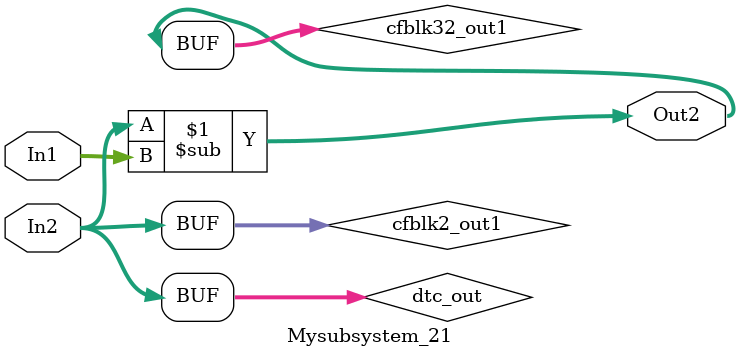
<source format=v>



`timescale 1 ns / 1 ns

module Mysubsystem_21
          (In1,
           In2,
           Out2);


  input   [7:0] In1;  // uint8
  input   [7:0] In2;  // uint8
  output  [7:0] Out2;  // uint8


  wire [7:0] dtc_out;  // ufix8
  wire [7:0] cfblk2_out1;  // uint8
  wire [7:0] cfblk32_out1;  // uint8


  assign dtc_out = In2;



  assign cfblk2_out1 = dtc_out;



  assign cfblk32_out1 = cfblk2_out1 - In1;



  assign Out2 = cfblk32_out1;

endmodule  // Mysubsystem_21


</source>
